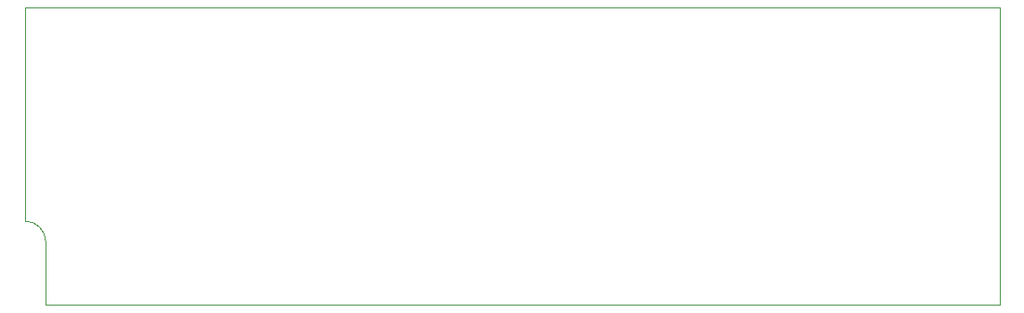
<source format=gbr>
%TF.GenerationSoftware,KiCad,Pcbnew,6.0.0+dfsg1-2*%
%TF.CreationDate,2022-02-11T22:49:32+03:00*%
%TF.ProjectId,simm3016,73696d6d-3330-4313-962e-6b696361645f,rev?*%
%TF.SameCoordinates,Original*%
%TF.FileFunction,Profile,NP*%
%FSLAX46Y46*%
G04 Gerber Fmt 4.6, Leading zero omitted, Abs format (unit mm)*
G04 Created by KiCad (PCBNEW 6.0.0+dfsg1-2) date 2022-02-11 22:49:32*
%MOMM*%
%LPD*%
G01*
G04 APERTURE LIST*
%TA.AperFunction,Profile*%
%ADD10C,0.100000*%
%TD*%
G04 APERTURE END LIST*
D10*
X223950000Y-134500000D02*
X223950000Y-119300000D01*
X135150000Y-119300000D02*
X223950000Y-119300000D01*
X135150000Y-134500000D02*
X135150000Y-119300000D01*
%TO.C,J1*%
X137050000Y-140643503D02*
G75*
G03*
X135150000Y-138743503I-1900000J0D01*
G01*
X135150000Y-134500000D02*
X135150000Y-138743503D01*
X137050000Y-146400000D02*
X223950000Y-146400000D01*
X137050000Y-140643503D02*
X137050000Y-146400000D01*
X223950000Y-146400000D02*
X223950000Y-134500000D01*
%TD*%
M02*

</source>
